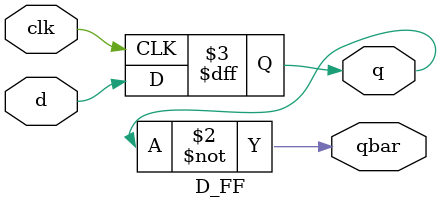
<source format=v>
`timescale 1ns / 1ps


module D_FF(input clk,input d,output reg q,output wire qbar);
always@(negedge clk)
begin
q<=d;
end
assign qbar=~q;
endmodule




</source>
